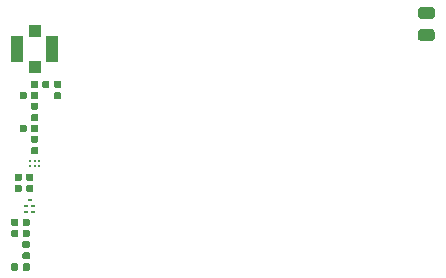
<source format=gbr>
G04 #@! TF.GenerationSoftware,KiCad,Pcbnew,(5.1.0-0)*
G04 #@! TF.CreationDate,2019-05-22T00:58:43-05:00*
G04 #@! TF.ProjectId,TubeClock,54756265-436c-46f6-936b-2e6b69636164,rev?*
G04 #@! TF.SameCoordinates,Original*
G04 #@! TF.FileFunction,Paste,Bot*
G04 #@! TF.FilePolarity,Positive*
%FSLAX46Y46*%
G04 Gerber Fmt 4.6, Leading zero omitted, Abs format (unit mm)*
G04 Created by KiCad (PCBNEW (5.1.0-0)) date 2019-05-22 00:58:43*
%MOMM*%
%LPD*%
G04 APERTURE LIST*
%ADD10C,0.250000*%
%ADD11R,0.325000X0.250000*%
%ADD12C,0.100000*%
%ADD13C,0.590000*%
%ADD14R,1.000000X1.000000*%
%ADD15R,1.050000X2.200000*%
%ADD16C,0.975000*%
G04 APERTURE END LIST*
D10*
X152381000Y-109699400D03*
X152381000Y-109299400D03*
X152781000Y-109699400D03*
X152781000Y-109299400D03*
X153181000Y-109699400D03*
X153181000Y-109299400D03*
D11*
X152374600Y-112555400D03*
X152662100Y-113055400D03*
X152662100Y-113555400D03*
X152087100Y-113555400D03*
X152087100Y-113055400D03*
D12*
G36*
X152234158Y-117917710D02*
G01*
X152248476Y-117919834D01*
X152262517Y-117923351D01*
X152276146Y-117928228D01*
X152289231Y-117934417D01*
X152301647Y-117941858D01*
X152313273Y-117950481D01*
X152323998Y-117960202D01*
X152333719Y-117970927D01*
X152342342Y-117982553D01*
X152349783Y-117994969D01*
X152355972Y-118008054D01*
X152360849Y-118021683D01*
X152364366Y-118035724D01*
X152366490Y-118050042D01*
X152367200Y-118064500D01*
X152367200Y-118409500D01*
X152366490Y-118423958D01*
X152364366Y-118438276D01*
X152360849Y-118452317D01*
X152355972Y-118465946D01*
X152349783Y-118479031D01*
X152342342Y-118491447D01*
X152333719Y-118503073D01*
X152323998Y-118513798D01*
X152313273Y-118523519D01*
X152301647Y-118532142D01*
X152289231Y-118539583D01*
X152276146Y-118545772D01*
X152262517Y-118550649D01*
X152248476Y-118554166D01*
X152234158Y-118556290D01*
X152219700Y-118557000D01*
X151924700Y-118557000D01*
X151910242Y-118556290D01*
X151895924Y-118554166D01*
X151881883Y-118550649D01*
X151868254Y-118545772D01*
X151855169Y-118539583D01*
X151842753Y-118532142D01*
X151831127Y-118523519D01*
X151820402Y-118513798D01*
X151810681Y-118503073D01*
X151802058Y-118491447D01*
X151794617Y-118479031D01*
X151788428Y-118465946D01*
X151783551Y-118452317D01*
X151780034Y-118438276D01*
X151777910Y-118423958D01*
X151777200Y-118409500D01*
X151777200Y-118064500D01*
X151777910Y-118050042D01*
X151780034Y-118035724D01*
X151783551Y-118021683D01*
X151788428Y-118008054D01*
X151794617Y-117994969D01*
X151802058Y-117982553D01*
X151810681Y-117970927D01*
X151820402Y-117960202D01*
X151831127Y-117950481D01*
X151842753Y-117941858D01*
X151855169Y-117934417D01*
X151868254Y-117928228D01*
X151881883Y-117923351D01*
X151895924Y-117919834D01*
X151910242Y-117917710D01*
X151924700Y-117917000D01*
X152219700Y-117917000D01*
X152234158Y-117917710D01*
X152234158Y-117917710D01*
G37*
D13*
X152072200Y-118237000D03*
D12*
G36*
X151264158Y-117917710D02*
G01*
X151278476Y-117919834D01*
X151292517Y-117923351D01*
X151306146Y-117928228D01*
X151319231Y-117934417D01*
X151331647Y-117941858D01*
X151343273Y-117950481D01*
X151353998Y-117960202D01*
X151363719Y-117970927D01*
X151372342Y-117982553D01*
X151379783Y-117994969D01*
X151385972Y-118008054D01*
X151390849Y-118021683D01*
X151394366Y-118035724D01*
X151396490Y-118050042D01*
X151397200Y-118064500D01*
X151397200Y-118409500D01*
X151396490Y-118423958D01*
X151394366Y-118438276D01*
X151390849Y-118452317D01*
X151385972Y-118465946D01*
X151379783Y-118479031D01*
X151372342Y-118491447D01*
X151363719Y-118503073D01*
X151353998Y-118513798D01*
X151343273Y-118523519D01*
X151331647Y-118532142D01*
X151319231Y-118539583D01*
X151306146Y-118545772D01*
X151292517Y-118550649D01*
X151278476Y-118554166D01*
X151264158Y-118556290D01*
X151249700Y-118557000D01*
X150954700Y-118557000D01*
X150940242Y-118556290D01*
X150925924Y-118554166D01*
X150911883Y-118550649D01*
X150898254Y-118545772D01*
X150885169Y-118539583D01*
X150872753Y-118532142D01*
X150861127Y-118523519D01*
X150850402Y-118513798D01*
X150840681Y-118503073D01*
X150832058Y-118491447D01*
X150824617Y-118479031D01*
X150818428Y-118465946D01*
X150813551Y-118452317D01*
X150810034Y-118438276D01*
X150807910Y-118423958D01*
X150807200Y-118409500D01*
X150807200Y-118064500D01*
X150807910Y-118050042D01*
X150810034Y-118035724D01*
X150813551Y-118021683D01*
X150818428Y-118008054D01*
X150824617Y-117994969D01*
X150832058Y-117982553D01*
X150840681Y-117970927D01*
X150850402Y-117960202D01*
X150861127Y-117950481D01*
X150872753Y-117941858D01*
X150885169Y-117934417D01*
X150898254Y-117928228D01*
X150911883Y-117923351D01*
X150925924Y-117919834D01*
X150940242Y-117917710D01*
X150954700Y-117917000D01*
X151249700Y-117917000D01*
X151264158Y-117917710D01*
X151264158Y-117917710D01*
G37*
D13*
X151102200Y-118237000D03*
D12*
G36*
X152945358Y-103388910D02*
G01*
X152959676Y-103391034D01*
X152973717Y-103394551D01*
X152987346Y-103399428D01*
X153000431Y-103405617D01*
X153012847Y-103413058D01*
X153024473Y-103421681D01*
X153035198Y-103431402D01*
X153044919Y-103442127D01*
X153053542Y-103453753D01*
X153060983Y-103466169D01*
X153067172Y-103479254D01*
X153072049Y-103492883D01*
X153075566Y-103506924D01*
X153077690Y-103521242D01*
X153078400Y-103535700D01*
X153078400Y-103880700D01*
X153077690Y-103895158D01*
X153075566Y-103909476D01*
X153072049Y-103923517D01*
X153067172Y-103937146D01*
X153060983Y-103950231D01*
X153053542Y-103962647D01*
X153044919Y-103974273D01*
X153035198Y-103984998D01*
X153024473Y-103994719D01*
X153012847Y-104003342D01*
X153000431Y-104010783D01*
X152987346Y-104016972D01*
X152973717Y-104021849D01*
X152959676Y-104025366D01*
X152945358Y-104027490D01*
X152930900Y-104028200D01*
X152635900Y-104028200D01*
X152621442Y-104027490D01*
X152607124Y-104025366D01*
X152593083Y-104021849D01*
X152579454Y-104016972D01*
X152566369Y-104010783D01*
X152553953Y-104003342D01*
X152542327Y-103994719D01*
X152531602Y-103984998D01*
X152521881Y-103974273D01*
X152513258Y-103962647D01*
X152505817Y-103950231D01*
X152499628Y-103937146D01*
X152494751Y-103923517D01*
X152491234Y-103909476D01*
X152489110Y-103895158D01*
X152488400Y-103880700D01*
X152488400Y-103535700D01*
X152489110Y-103521242D01*
X152491234Y-103506924D01*
X152494751Y-103492883D01*
X152499628Y-103479254D01*
X152505817Y-103466169D01*
X152513258Y-103453753D01*
X152521881Y-103442127D01*
X152531602Y-103431402D01*
X152542327Y-103421681D01*
X152553953Y-103413058D01*
X152566369Y-103405617D01*
X152579454Y-103399428D01*
X152593083Y-103394551D01*
X152607124Y-103391034D01*
X152621442Y-103388910D01*
X152635900Y-103388200D01*
X152930900Y-103388200D01*
X152945358Y-103388910D01*
X152945358Y-103388910D01*
G37*
D13*
X152783400Y-103708200D03*
D12*
G36*
X151975358Y-103388910D02*
G01*
X151989676Y-103391034D01*
X152003717Y-103394551D01*
X152017346Y-103399428D01*
X152030431Y-103405617D01*
X152042847Y-103413058D01*
X152054473Y-103421681D01*
X152065198Y-103431402D01*
X152074919Y-103442127D01*
X152083542Y-103453753D01*
X152090983Y-103466169D01*
X152097172Y-103479254D01*
X152102049Y-103492883D01*
X152105566Y-103506924D01*
X152107690Y-103521242D01*
X152108400Y-103535700D01*
X152108400Y-103880700D01*
X152107690Y-103895158D01*
X152105566Y-103909476D01*
X152102049Y-103923517D01*
X152097172Y-103937146D01*
X152090983Y-103950231D01*
X152083542Y-103962647D01*
X152074919Y-103974273D01*
X152065198Y-103984998D01*
X152054473Y-103994719D01*
X152042847Y-104003342D01*
X152030431Y-104010783D01*
X152017346Y-104016972D01*
X152003717Y-104021849D01*
X151989676Y-104025366D01*
X151975358Y-104027490D01*
X151960900Y-104028200D01*
X151665900Y-104028200D01*
X151651442Y-104027490D01*
X151637124Y-104025366D01*
X151623083Y-104021849D01*
X151609454Y-104016972D01*
X151596369Y-104010783D01*
X151583953Y-104003342D01*
X151572327Y-103994719D01*
X151561602Y-103984998D01*
X151551881Y-103974273D01*
X151543258Y-103962647D01*
X151535817Y-103950231D01*
X151529628Y-103937146D01*
X151524751Y-103923517D01*
X151521234Y-103909476D01*
X151519110Y-103895158D01*
X151518400Y-103880700D01*
X151518400Y-103535700D01*
X151519110Y-103521242D01*
X151521234Y-103506924D01*
X151524751Y-103492883D01*
X151529628Y-103479254D01*
X151535817Y-103466169D01*
X151543258Y-103453753D01*
X151551881Y-103442127D01*
X151561602Y-103431402D01*
X151572327Y-103421681D01*
X151583953Y-103413058D01*
X151596369Y-103405617D01*
X151609454Y-103399428D01*
X151623083Y-103394551D01*
X151637124Y-103391034D01*
X151651442Y-103388910D01*
X151665900Y-103388200D01*
X151960900Y-103388200D01*
X151975358Y-103388910D01*
X151975358Y-103388910D01*
G37*
D13*
X151813400Y-103708200D03*
D12*
G36*
X151264158Y-115072910D02*
G01*
X151278476Y-115075034D01*
X151292517Y-115078551D01*
X151306146Y-115083428D01*
X151319231Y-115089617D01*
X151331647Y-115097058D01*
X151343273Y-115105681D01*
X151353998Y-115115402D01*
X151363719Y-115126127D01*
X151372342Y-115137753D01*
X151379783Y-115150169D01*
X151385972Y-115163254D01*
X151390849Y-115176883D01*
X151394366Y-115190924D01*
X151396490Y-115205242D01*
X151397200Y-115219700D01*
X151397200Y-115564700D01*
X151396490Y-115579158D01*
X151394366Y-115593476D01*
X151390849Y-115607517D01*
X151385972Y-115621146D01*
X151379783Y-115634231D01*
X151372342Y-115646647D01*
X151363719Y-115658273D01*
X151353998Y-115668998D01*
X151343273Y-115678719D01*
X151331647Y-115687342D01*
X151319231Y-115694783D01*
X151306146Y-115700972D01*
X151292517Y-115705849D01*
X151278476Y-115709366D01*
X151264158Y-115711490D01*
X151249700Y-115712200D01*
X150954700Y-115712200D01*
X150940242Y-115711490D01*
X150925924Y-115709366D01*
X150911883Y-115705849D01*
X150898254Y-115700972D01*
X150885169Y-115694783D01*
X150872753Y-115687342D01*
X150861127Y-115678719D01*
X150850402Y-115668998D01*
X150840681Y-115658273D01*
X150832058Y-115646647D01*
X150824617Y-115634231D01*
X150818428Y-115621146D01*
X150813551Y-115607517D01*
X150810034Y-115593476D01*
X150807910Y-115579158D01*
X150807200Y-115564700D01*
X150807200Y-115219700D01*
X150807910Y-115205242D01*
X150810034Y-115190924D01*
X150813551Y-115176883D01*
X150818428Y-115163254D01*
X150824617Y-115150169D01*
X150832058Y-115137753D01*
X150840681Y-115126127D01*
X150850402Y-115115402D01*
X150861127Y-115105681D01*
X150872753Y-115097058D01*
X150885169Y-115089617D01*
X150898254Y-115083428D01*
X150911883Y-115078551D01*
X150925924Y-115075034D01*
X150940242Y-115072910D01*
X150954700Y-115072200D01*
X151249700Y-115072200D01*
X151264158Y-115072910D01*
X151264158Y-115072910D01*
G37*
D13*
X151102200Y-115392200D03*
D12*
G36*
X152234158Y-115072910D02*
G01*
X152248476Y-115075034D01*
X152262517Y-115078551D01*
X152276146Y-115083428D01*
X152289231Y-115089617D01*
X152301647Y-115097058D01*
X152313273Y-115105681D01*
X152323998Y-115115402D01*
X152333719Y-115126127D01*
X152342342Y-115137753D01*
X152349783Y-115150169D01*
X152355972Y-115163254D01*
X152360849Y-115176883D01*
X152364366Y-115190924D01*
X152366490Y-115205242D01*
X152367200Y-115219700D01*
X152367200Y-115564700D01*
X152366490Y-115579158D01*
X152364366Y-115593476D01*
X152360849Y-115607517D01*
X152355972Y-115621146D01*
X152349783Y-115634231D01*
X152342342Y-115646647D01*
X152333719Y-115658273D01*
X152323998Y-115668998D01*
X152313273Y-115678719D01*
X152301647Y-115687342D01*
X152289231Y-115694783D01*
X152276146Y-115700972D01*
X152262517Y-115705849D01*
X152248476Y-115709366D01*
X152234158Y-115711490D01*
X152219700Y-115712200D01*
X151924700Y-115712200D01*
X151910242Y-115711490D01*
X151895924Y-115709366D01*
X151881883Y-115705849D01*
X151868254Y-115700972D01*
X151855169Y-115694783D01*
X151842753Y-115687342D01*
X151831127Y-115678719D01*
X151820402Y-115668998D01*
X151810681Y-115658273D01*
X151802058Y-115646647D01*
X151794617Y-115634231D01*
X151788428Y-115621146D01*
X151783551Y-115607517D01*
X151780034Y-115593476D01*
X151777910Y-115579158D01*
X151777200Y-115564700D01*
X151777200Y-115219700D01*
X151777910Y-115205242D01*
X151780034Y-115190924D01*
X151783551Y-115176883D01*
X151788428Y-115163254D01*
X151794617Y-115150169D01*
X151802058Y-115137753D01*
X151810681Y-115126127D01*
X151820402Y-115115402D01*
X151831127Y-115105681D01*
X151842753Y-115097058D01*
X151855169Y-115089617D01*
X151868254Y-115083428D01*
X151881883Y-115078551D01*
X151895924Y-115075034D01*
X151910242Y-115072910D01*
X151924700Y-115072200D01*
X152219700Y-115072200D01*
X152234158Y-115072910D01*
X152234158Y-115072910D01*
G37*
D13*
X152072200Y-115392200D03*
D12*
G36*
X151264158Y-114133110D02*
G01*
X151278476Y-114135234D01*
X151292517Y-114138751D01*
X151306146Y-114143628D01*
X151319231Y-114149817D01*
X151331647Y-114157258D01*
X151343273Y-114165881D01*
X151353998Y-114175602D01*
X151363719Y-114186327D01*
X151372342Y-114197953D01*
X151379783Y-114210369D01*
X151385972Y-114223454D01*
X151390849Y-114237083D01*
X151394366Y-114251124D01*
X151396490Y-114265442D01*
X151397200Y-114279900D01*
X151397200Y-114624900D01*
X151396490Y-114639358D01*
X151394366Y-114653676D01*
X151390849Y-114667717D01*
X151385972Y-114681346D01*
X151379783Y-114694431D01*
X151372342Y-114706847D01*
X151363719Y-114718473D01*
X151353998Y-114729198D01*
X151343273Y-114738919D01*
X151331647Y-114747542D01*
X151319231Y-114754983D01*
X151306146Y-114761172D01*
X151292517Y-114766049D01*
X151278476Y-114769566D01*
X151264158Y-114771690D01*
X151249700Y-114772400D01*
X150954700Y-114772400D01*
X150940242Y-114771690D01*
X150925924Y-114769566D01*
X150911883Y-114766049D01*
X150898254Y-114761172D01*
X150885169Y-114754983D01*
X150872753Y-114747542D01*
X150861127Y-114738919D01*
X150850402Y-114729198D01*
X150840681Y-114718473D01*
X150832058Y-114706847D01*
X150824617Y-114694431D01*
X150818428Y-114681346D01*
X150813551Y-114667717D01*
X150810034Y-114653676D01*
X150807910Y-114639358D01*
X150807200Y-114624900D01*
X150807200Y-114279900D01*
X150807910Y-114265442D01*
X150810034Y-114251124D01*
X150813551Y-114237083D01*
X150818428Y-114223454D01*
X150824617Y-114210369D01*
X150832058Y-114197953D01*
X150840681Y-114186327D01*
X150850402Y-114175602D01*
X150861127Y-114165881D01*
X150872753Y-114157258D01*
X150885169Y-114149817D01*
X150898254Y-114143628D01*
X150911883Y-114138751D01*
X150925924Y-114135234D01*
X150940242Y-114133110D01*
X150954700Y-114132400D01*
X151249700Y-114132400D01*
X151264158Y-114133110D01*
X151264158Y-114133110D01*
G37*
D13*
X151102200Y-114452400D03*
D12*
G36*
X152234158Y-114133110D02*
G01*
X152248476Y-114135234D01*
X152262517Y-114138751D01*
X152276146Y-114143628D01*
X152289231Y-114149817D01*
X152301647Y-114157258D01*
X152313273Y-114165881D01*
X152323998Y-114175602D01*
X152333719Y-114186327D01*
X152342342Y-114197953D01*
X152349783Y-114210369D01*
X152355972Y-114223454D01*
X152360849Y-114237083D01*
X152364366Y-114251124D01*
X152366490Y-114265442D01*
X152367200Y-114279900D01*
X152367200Y-114624900D01*
X152366490Y-114639358D01*
X152364366Y-114653676D01*
X152360849Y-114667717D01*
X152355972Y-114681346D01*
X152349783Y-114694431D01*
X152342342Y-114706847D01*
X152333719Y-114718473D01*
X152323998Y-114729198D01*
X152313273Y-114738919D01*
X152301647Y-114747542D01*
X152289231Y-114754983D01*
X152276146Y-114761172D01*
X152262517Y-114766049D01*
X152248476Y-114769566D01*
X152234158Y-114771690D01*
X152219700Y-114772400D01*
X151924700Y-114772400D01*
X151910242Y-114771690D01*
X151895924Y-114769566D01*
X151881883Y-114766049D01*
X151868254Y-114761172D01*
X151855169Y-114754983D01*
X151842753Y-114747542D01*
X151831127Y-114738919D01*
X151820402Y-114729198D01*
X151810681Y-114718473D01*
X151802058Y-114706847D01*
X151794617Y-114694431D01*
X151788428Y-114681346D01*
X151783551Y-114667717D01*
X151780034Y-114653676D01*
X151777910Y-114639358D01*
X151777200Y-114624900D01*
X151777200Y-114279900D01*
X151777910Y-114265442D01*
X151780034Y-114251124D01*
X151783551Y-114237083D01*
X151788428Y-114223454D01*
X151794617Y-114210369D01*
X151802058Y-114197953D01*
X151810681Y-114186327D01*
X151820402Y-114175602D01*
X151831127Y-114165881D01*
X151842753Y-114157258D01*
X151855169Y-114149817D01*
X151868254Y-114143628D01*
X151881883Y-114138751D01*
X151895924Y-114135234D01*
X151910242Y-114133110D01*
X151924700Y-114132400D01*
X152219700Y-114132400D01*
X152234158Y-114133110D01*
X152234158Y-114133110D01*
G37*
D13*
X152072200Y-114452400D03*
D12*
G36*
X151568958Y-111262910D02*
G01*
X151583276Y-111265034D01*
X151597317Y-111268551D01*
X151610946Y-111273428D01*
X151624031Y-111279617D01*
X151636447Y-111287058D01*
X151648073Y-111295681D01*
X151658798Y-111305402D01*
X151668519Y-111316127D01*
X151677142Y-111327753D01*
X151684583Y-111340169D01*
X151690772Y-111353254D01*
X151695649Y-111366883D01*
X151699166Y-111380924D01*
X151701290Y-111395242D01*
X151702000Y-111409700D01*
X151702000Y-111754700D01*
X151701290Y-111769158D01*
X151699166Y-111783476D01*
X151695649Y-111797517D01*
X151690772Y-111811146D01*
X151684583Y-111824231D01*
X151677142Y-111836647D01*
X151668519Y-111848273D01*
X151658798Y-111858998D01*
X151648073Y-111868719D01*
X151636447Y-111877342D01*
X151624031Y-111884783D01*
X151610946Y-111890972D01*
X151597317Y-111895849D01*
X151583276Y-111899366D01*
X151568958Y-111901490D01*
X151554500Y-111902200D01*
X151259500Y-111902200D01*
X151245042Y-111901490D01*
X151230724Y-111899366D01*
X151216683Y-111895849D01*
X151203054Y-111890972D01*
X151189969Y-111884783D01*
X151177553Y-111877342D01*
X151165927Y-111868719D01*
X151155202Y-111858998D01*
X151145481Y-111848273D01*
X151136858Y-111836647D01*
X151129417Y-111824231D01*
X151123228Y-111811146D01*
X151118351Y-111797517D01*
X151114834Y-111783476D01*
X151112710Y-111769158D01*
X151112000Y-111754700D01*
X151112000Y-111409700D01*
X151112710Y-111395242D01*
X151114834Y-111380924D01*
X151118351Y-111366883D01*
X151123228Y-111353254D01*
X151129417Y-111340169D01*
X151136858Y-111327753D01*
X151145481Y-111316127D01*
X151155202Y-111305402D01*
X151165927Y-111295681D01*
X151177553Y-111287058D01*
X151189969Y-111279617D01*
X151203054Y-111273428D01*
X151216683Y-111268551D01*
X151230724Y-111265034D01*
X151245042Y-111262910D01*
X151259500Y-111262200D01*
X151554500Y-111262200D01*
X151568958Y-111262910D01*
X151568958Y-111262910D01*
G37*
D13*
X151407000Y-111582200D03*
D12*
G36*
X152538958Y-111262910D02*
G01*
X152553276Y-111265034D01*
X152567317Y-111268551D01*
X152580946Y-111273428D01*
X152594031Y-111279617D01*
X152606447Y-111287058D01*
X152618073Y-111295681D01*
X152628798Y-111305402D01*
X152638519Y-111316127D01*
X152647142Y-111327753D01*
X152654583Y-111340169D01*
X152660772Y-111353254D01*
X152665649Y-111366883D01*
X152669166Y-111380924D01*
X152671290Y-111395242D01*
X152672000Y-111409700D01*
X152672000Y-111754700D01*
X152671290Y-111769158D01*
X152669166Y-111783476D01*
X152665649Y-111797517D01*
X152660772Y-111811146D01*
X152654583Y-111824231D01*
X152647142Y-111836647D01*
X152638519Y-111848273D01*
X152628798Y-111858998D01*
X152618073Y-111868719D01*
X152606447Y-111877342D01*
X152594031Y-111884783D01*
X152580946Y-111890972D01*
X152567317Y-111895849D01*
X152553276Y-111899366D01*
X152538958Y-111901490D01*
X152524500Y-111902200D01*
X152229500Y-111902200D01*
X152215042Y-111901490D01*
X152200724Y-111899366D01*
X152186683Y-111895849D01*
X152173054Y-111890972D01*
X152159969Y-111884783D01*
X152147553Y-111877342D01*
X152135927Y-111868719D01*
X152125202Y-111858998D01*
X152115481Y-111848273D01*
X152106858Y-111836647D01*
X152099417Y-111824231D01*
X152093228Y-111811146D01*
X152088351Y-111797517D01*
X152084834Y-111783476D01*
X152082710Y-111769158D01*
X152082000Y-111754700D01*
X152082000Y-111409700D01*
X152082710Y-111395242D01*
X152084834Y-111380924D01*
X152088351Y-111366883D01*
X152093228Y-111353254D01*
X152099417Y-111340169D01*
X152106858Y-111327753D01*
X152115481Y-111316127D01*
X152125202Y-111305402D01*
X152135927Y-111295681D01*
X152147553Y-111287058D01*
X152159969Y-111279617D01*
X152173054Y-111273428D01*
X152186683Y-111268551D01*
X152200724Y-111265034D01*
X152215042Y-111262910D01*
X152229500Y-111262200D01*
X152524500Y-111262200D01*
X152538958Y-111262910D01*
X152538958Y-111262910D01*
G37*
D13*
X152377000Y-111582200D03*
D12*
G36*
X151568958Y-110323110D02*
G01*
X151583276Y-110325234D01*
X151597317Y-110328751D01*
X151610946Y-110333628D01*
X151624031Y-110339817D01*
X151636447Y-110347258D01*
X151648073Y-110355881D01*
X151658798Y-110365602D01*
X151668519Y-110376327D01*
X151677142Y-110387953D01*
X151684583Y-110400369D01*
X151690772Y-110413454D01*
X151695649Y-110427083D01*
X151699166Y-110441124D01*
X151701290Y-110455442D01*
X151702000Y-110469900D01*
X151702000Y-110814900D01*
X151701290Y-110829358D01*
X151699166Y-110843676D01*
X151695649Y-110857717D01*
X151690772Y-110871346D01*
X151684583Y-110884431D01*
X151677142Y-110896847D01*
X151668519Y-110908473D01*
X151658798Y-110919198D01*
X151648073Y-110928919D01*
X151636447Y-110937542D01*
X151624031Y-110944983D01*
X151610946Y-110951172D01*
X151597317Y-110956049D01*
X151583276Y-110959566D01*
X151568958Y-110961690D01*
X151554500Y-110962400D01*
X151259500Y-110962400D01*
X151245042Y-110961690D01*
X151230724Y-110959566D01*
X151216683Y-110956049D01*
X151203054Y-110951172D01*
X151189969Y-110944983D01*
X151177553Y-110937542D01*
X151165927Y-110928919D01*
X151155202Y-110919198D01*
X151145481Y-110908473D01*
X151136858Y-110896847D01*
X151129417Y-110884431D01*
X151123228Y-110871346D01*
X151118351Y-110857717D01*
X151114834Y-110843676D01*
X151112710Y-110829358D01*
X151112000Y-110814900D01*
X151112000Y-110469900D01*
X151112710Y-110455442D01*
X151114834Y-110441124D01*
X151118351Y-110427083D01*
X151123228Y-110413454D01*
X151129417Y-110400369D01*
X151136858Y-110387953D01*
X151145481Y-110376327D01*
X151155202Y-110365602D01*
X151165927Y-110355881D01*
X151177553Y-110347258D01*
X151189969Y-110339817D01*
X151203054Y-110333628D01*
X151216683Y-110328751D01*
X151230724Y-110325234D01*
X151245042Y-110323110D01*
X151259500Y-110322400D01*
X151554500Y-110322400D01*
X151568958Y-110323110D01*
X151568958Y-110323110D01*
G37*
D13*
X151407000Y-110642400D03*
D12*
G36*
X152538958Y-110323110D02*
G01*
X152553276Y-110325234D01*
X152567317Y-110328751D01*
X152580946Y-110333628D01*
X152594031Y-110339817D01*
X152606447Y-110347258D01*
X152618073Y-110355881D01*
X152628798Y-110365602D01*
X152638519Y-110376327D01*
X152647142Y-110387953D01*
X152654583Y-110400369D01*
X152660772Y-110413454D01*
X152665649Y-110427083D01*
X152669166Y-110441124D01*
X152671290Y-110455442D01*
X152672000Y-110469900D01*
X152672000Y-110814900D01*
X152671290Y-110829358D01*
X152669166Y-110843676D01*
X152665649Y-110857717D01*
X152660772Y-110871346D01*
X152654583Y-110884431D01*
X152647142Y-110896847D01*
X152638519Y-110908473D01*
X152628798Y-110919198D01*
X152618073Y-110928919D01*
X152606447Y-110937542D01*
X152594031Y-110944983D01*
X152580946Y-110951172D01*
X152567317Y-110956049D01*
X152553276Y-110959566D01*
X152538958Y-110961690D01*
X152524500Y-110962400D01*
X152229500Y-110962400D01*
X152215042Y-110961690D01*
X152200724Y-110959566D01*
X152186683Y-110956049D01*
X152173054Y-110951172D01*
X152159969Y-110944983D01*
X152147553Y-110937542D01*
X152135927Y-110928919D01*
X152125202Y-110919198D01*
X152115481Y-110908473D01*
X152106858Y-110896847D01*
X152099417Y-110884431D01*
X152093228Y-110871346D01*
X152088351Y-110857717D01*
X152084834Y-110843676D01*
X152082710Y-110829358D01*
X152082000Y-110814900D01*
X152082000Y-110469900D01*
X152082710Y-110455442D01*
X152084834Y-110441124D01*
X152088351Y-110427083D01*
X152093228Y-110413454D01*
X152099417Y-110400369D01*
X152106858Y-110387953D01*
X152115481Y-110376327D01*
X152125202Y-110365602D01*
X152135927Y-110355881D01*
X152147553Y-110347258D01*
X152159969Y-110339817D01*
X152173054Y-110333628D01*
X152186683Y-110328751D01*
X152200724Y-110325234D01*
X152215042Y-110323110D01*
X152229500Y-110322400D01*
X152524500Y-110322400D01*
X152538958Y-110323110D01*
X152538958Y-110323110D01*
G37*
D13*
X152377000Y-110642400D03*
D12*
G36*
X152945358Y-106182910D02*
G01*
X152959676Y-106185034D01*
X152973717Y-106188551D01*
X152987346Y-106193428D01*
X153000431Y-106199617D01*
X153012847Y-106207058D01*
X153024473Y-106215681D01*
X153035198Y-106225402D01*
X153044919Y-106236127D01*
X153053542Y-106247753D01*
X153060983Y-106260169D01*
X153067172Y-106273254D01*
X153072049Y-106286883D01*
X153075566Y-106300924D01*
X153077690Y-106315242D01*
X153078400Y-106329700D01*
X153078400Y-106674700D01*
X153077690Y-106689158D01*
X153075566Y-106703476D01*
X153072049Y-106717517D01*
X153067172Y-106731146D01*
X153060983Y-106744231D01*
X153053542Y-106756647D01*
X153044919Y-106768273D01*
X153035198Y-106778998D01*
X153024473Y-106788719D01*
X153012847Y-106797342D01*
X153000431Y-106804783D01*
X152987346Y-106810972D01*
X152973717Y-106815849D01*
X152959676Y-106819366D01*
X152945358Y-106821490D01*
X152930900Y-106822200D01*
X152635900Y-106822200D01*
X152621442Y-106821490D01*
X152607124Y-106819366D01*
X152593083Y-106815849D01*
X152579454Y-106810972D01*
X152566369Y-106804783D01*
X152553953Y-106797342D01*
X152542327Y-106788719D01*
X152531602Y-106778998D01*
X152521881Y-106768273D01*
X152513258Y-106756647D01*
X152505817Y-106744231D01*
X152499628Y-106731146D01*
X152494751Y-106717517D01*
X152491234Y-106703476D01*
X152489110Y-106689158D01*
X152488400Y-106674700D01*
X152488400Y-106329700D01*
X152489110Y-106315242D01*
X152491234Y-106300924D01*
X152494751Y-106286883D01*
X152499628Y-106273254D01*
X152505817Y-106260169D01*
X152513258Y-106247753D01*
X152521881Y-106236127D01*
X152531602Y-106225402D01*
X152542327Y-106215681D01*
X152553953Y-106207058D01*
X152566369Y-106199617D01*
X152579454Y-106193428D01*
X152593083Y-106188551D01*
X152607124Y-106185034D01*
X152621442Y-106182910D01*
X152635900Y-106182200D01*
X152930900Y-106182200D01*
X152945358Y-106182910D01*
X152945358Y-106182910D01*
G37*
D13*
X152783400Y-106502200D03*
D12*
G36*
X151975358Y-106182910D02*
G01*
X151989676Y-106185034D01*
X152003717Y-106188551D01*
X152017346Y-106193428D01*
X152030431Y-106199617D01*
X152042847Y-106207058D01*
X152054473Y-106215681D01*
X152065198Y-106225402D01*
X152074919Y-106236127D01*
X152083542Y-106247753D01*
X152090983Y-106260169D01*
X152097172Y-106273254D01*
X152102049Y-106286883D01*
X152105566Y-106300924D01*
X152107690Y-106315242D01*
X152108400Y-106329700D01*
X152108400Y-106674700D01*
X152107690Y-106689158D01*
X152105566Y-106703476D01*
X152102049Y-106717517D01*
X152097172Y-106731146D01*
X152090983Y-106744231D01*
X152083542Y-106756647D01*
X152074919Y-106768273D01*
X152065198Y-106778998D01*
X152054473Y-106788719D01*
X152042847Y-106797342D01*
X152030431Y-106804783D01*
X152017346Y-106810972D01*
X152003717Y-106815849D01*
X151989676Y-106819366D01*
X151975358Y-106821490D01*
X151960900Y-106822200D01*
X151665900Y-106822200D01*
X151651442Y-106821490D01*
X151637124Y-106819366D01*
X151623083Y-106815849D01*
X151609454Y-106810972D01*
X151596369Y-106804783D01*
X151583953Y-106797342D01*
X151572327Y-106788719D01*
X151561602Y-106778998D01*
X151551881Y-106768273D01*
X151543258Y-106756647D01*
X151535817Y-106744231D01*
X151529628Y-106731146D01*
X151524751Y-106717517D01*
X151521234Y-106703476D01*
X151519110Y-106689158D01*
X151518400Y-106674700D01*
X151518400Y-106329700D01*
X151519110Y-106315242D01*
X151521234Y-106300924D01*
X151524751Y-106286883D01*
X151529628Y-106273254D01*
X151535817Y-106260169D01*
X151543258Y-106247753D01*
X151551881Y-106236127D01*
X151561602Y-106225402D01*
X151572327Y-106215681D01*
X151583953Y-106207058D01*
X151596369Y-106199617D01*
X151609454Y-106193428D01*
X151623083Y-106188551D01*
X151637124Y-106185034D01*
X151651442Y-106182910D01*
X151665900Y-106182200D01*
X151960900Y-106182200D01*
X151975358Y-106182910D01*
X151975358Y-106182910D01*
G37*
D13*
X151813400Y-106502200D03*
D12*
G36*
X152256758Y-116035310D02*
G01*
X152271076Y-116037434D01*
X152285117Y-116040951D01*
X152298746Y-116045828D01*
X152311831Y-116052017D01*
X152324247Y-116059458D01*
X152335873Y-116068081D01*
X152346598Y-116077802D01*
X152356319Y-116088527D01*
X152364942Y-116100153D01*
X152372383Y-116112569D01*
X152378572Y-116125654D01*
X152383449Y-116139283D01*
X152386966Y-116153324D01*
X152389090Y-116167642D01*
X152389800Y-116182100D01*
X152389800Y-116477100D01*
X152389090Y-116491558D01*
X152386966Y-116505876D01*
X152383449Y-116519917D01*
X152378572Y-116533546D01*
X152372383Y-116546631D01*
X152364942Y-116559047D01*
X152356319Y-116570673D01*
X152346598Y-116581398D01*
X152335873Y-116591119D01*
X152324247Y-116599742D01*
X152311831Y-116607183D01*
X152298746Y-116613372D01*
X152285117Y-116618249D01*
X152271076Y-116621766D01*
X152256758Y-116623890D01*
X152242300Y-116624600D01*
X151897300Y-116624600D01*
X151882842Y-116623890D01*
X151868524Y-116621766D01*
X151854483Y-116618249D01*
X151840854Y-116613372D01*
X151827769Y-116607183D01*
X151815353Y-116599742D01*
X151803727Y-116591119D01*
X151793002Y-116581398D01*
X151783281Y-116570673D01*
X151774658Y-116559047D01*
X151767217Y-116546631D01*
X151761028Y-116533546D01*
X151756151Y-116519917D01*
X151752634Y-116505876D01*
X151750510Y-116491558D01*
X151749800Y-116477100D01*
X151749800Y-116182100D01*
X151750510Y-116167642D01*
X151752634Y-116153324D01*
X151756151Y-116139283D01*
X151761028Y-116125654D01*
X151767217Y-116112569D01*
X151774658Y-116100153D01*
X151783281Y-116088527D01*
X151793002Y-116077802D01*
X151803727Y-116068081D01*
X151815353Y-116059458D01*
X151827769Y-116052017D01*
X151840854Y-116045828D01*
X151854483Y-116040951D01*
X151868524Y-116037434D01*
X151882842Y-116035310D01*
X151897300Y-116034600D01*
X152242300Y-116034600D01*
X152256758Y-116035310D01*
X152256758Y-116035310D01*
G37*
D13*
X152069800Y-116329600D03*
D12*
G36*
X152256758Y-117005310D02*
G01*
X152271076Y-117007434D01*
X152285117Y-117010951D01*
X152298746Y-117015828D01*
X152311831Y-117022017D01*
X152324247Y-117029458D01*
X152335873Y-117038081D01*
X152346598Y-117047802D01*
X152356319Y-117058527D01*
X152364942Y-117070153D01*
X152372383Y-117082569D01*
X152378572Y-117095654D01*
X152383449Y-117109283D01*
X152386966Y-117123324D01*
X152389090Y-117137642D01*
X152389800Y-117152100D01*
X152389800Y-117447100D01*
X152389090Y-117461558D01*
X152386966Y-117475876D01*
X152383449Y-117489917D01*
X152378572Y-117503546D01*
X152372383Y-117516631D01*
X152364942Y-117529047D01*
X152356319Y-117540673D01*
X152346598Y-117551398D01*
X152335873Y-117561119D01*
X152324247Y-117569742D01*
X152311831Y-117577183D01*
X152298746Y-117583372D01*
X152285117Y-117588249D01*
X152271076Y-117591766D01*
X152256758Y-117593890D01*
X152242300Y-117594600D01*
X151897300Y-117594600D01*
X151882842Y-117593890D01*
X151868524Y-117591766D01*
X151854483Y-117588249D01*
X151840854Y-117583372D01*
X151827769Y-117577183D01*
X151815353Y-117569742D01*
X151803727Y-117561119D01*
X151793002Y-117551398D01*
X151783281Y-117540673D01*
X151774658Y-117529047D01*
X151767217Y-117516631D01*
X151761028Y-117503546D01*
X151756151Y-117489917D01*
X151752634Y-117475876D01*
X151750510Y-117461558D01*
X151749800Y-117447100D01*
X151749800Y-117152100D01*
X151750510Y-117137642D01*
X151752634Y-117123324D01*
X151756151Y-117109283D01*
X151761028Y-117095654D01*
X151767217Y-117082569D01*
X151774658Y-117070153D01*
X151783281Y-117058527D01*
X151793002Y-117047802D01*
X151803727Y-117038081D01*
X151815353Y-117029458D01*
X151827769Y-117022017D01*
X151840854Y-117015828D01*
X151854483Y-117010951D01*
X151868524Y-117007434D01*
X151882842Y-117005310D01*
X151897300Y-117004600D01*
X152242300Y-117004600D01*
X152256758Y-117005310D01*
X152256758Y-117005310D01*
G37*
D13*
X152069800Y-117299600D03*
D12*
G36*
X152967958Y-104325910D02*
G01*
X152982276Y-104328034D01*
X152996317Y-104331551D01*
X153009946Y-104336428D01*
X153023031Y-104342617D01*
X153035447Y-104350058D01*
X153047073Y-104358681D01*
X153057798Y-104368402D01*
X153067519Y-104379127D01*
X153076142Y-104390753D01*
X153083583Y-104403169D01*
X153089772Y-104416254D01*
X153094649Y-104429883D01*
X153098166Y-104443924D01*
X153100290Y-104458242D01*
X153101000Y-104472700D01*
X153101000Y-104767700D01*
X153100290Y-104782158D01*
X153098166Y-104796476D01*
X153094649Y-104810517D01*
X153089772Y-104824146D01*
X153083583Y-104837231D01*
X153076142Y-104849647D01*
X153067519Y-104861273D01*
X153057798Y-104871998D01*
X153047073Y-104881719D01*
X153035447Y-104890342D01*
X153023031Y-104897783D01*
X153009946Y-104903972D01*
X152996317Y-104908849D01*
X152982276Y-104912366D01*
X152967958Y-104914490D01*
X152953500Y-104915200D01*
X152608500Y-104915200D01*
X152594042Y-104914490D01*
X152579724Y-104912366D01*
X152565683Y-104908849D01*
X152552054Y-104903972D01*
X152538969Y-104897783D01*
X152526553Y-104890342D01*
X152514927Y-104881719D01*
X152504202Y-104871998D01*
X152494481Y-104861273D01*
X152485858Y-104849647D01*
X152478417Y-104837231D01*
X152472228Y-104824146D01*
X152467351Y-104810517D01*
X152463834Y-104796476D01*
X152461710Y-104782158D01*
X152461000Y-104767700D01*
X152461000Y-104472700D01*
X152461710Y-104458242D01*
X152463834Y-104443924D01*
X152467351Y-104429883D01*
X152472228Y-104416254D01*
X152478417Y-104403169D01*
X152485858Y-104390753D01*
X152494481Y-104379127D01*
X152504202Y-104368402D01*
X152514927Y-104358681D01*
X152526553Y-104350058D01*
X152538969Y-104342617D01*
X152552054Y-104336428D01*
X152565683Y-104331551D01*
X152579724Y-104328034D01*
X152594042Y-104325910D01*
X152608500Y-104325200D01*
X152953500Y-104325200D01*
X152967958Y-104325910D01*
X152967958Y-104325910D01*
G37*
D13*
X152781000Y-104620200D03*
D12*
G36*
X152967958Y-105295910D02*
G01*
X152982276Y-105298034D01*
X152996317Y-105301551D01*
X153009946Y-105306428D01*
X153023031Y-105312617D01*
X153035447Y-105320058D01*
X153047073Y-105328681D01*
X153057798Y-105338402D01*
X153067519Y-105349127D01*
X153076142Y-105360753D01*
X153083583Y-105373169D01*
X153089772Y-105386254D01*
X153094649Y-105399883D01*
X153098166Y-105413924D01*
X153100290Y-105428242D01*
X153101000Y-105442700D01*
X153101000Y-105737700D01*
X153100290Y-105752158D01*
X153098166Y-105766476D01*
X153094649Y-105780517D01*
X153089772Y-105794146D01*
X153083583Y-105807231D01*
X153076142Y-105819647D01*
X153067519Y-105831273D01*
X153057798Y-105841998D01*
X153047073Y-105851719D01*
X153035447Y-105860342D01*
X153023031Y-105867783D01*
X153009946Y-105873972D01*
X152996317Y-105878849D01*
X152982276Y-105882366D01*
X152967958Y-105884490D01*
X152953500Y-105885200D01*
X152608500Y-105885200D01*
X152594042Y-105884490D01*
X152579724Y-105882366D01*
X152565683Y-105878849D01*
X152552054Y-105873972D01*
X152538969Y-105867783D01*
X152526553Y-105860342D01*
X152514927Y-105851719D01*
X152504202Y-105841998D01*
X152494481Y-105831273D01*
X152485858Y-105819647D01*
X152478417Y-105807231D01*
X152472228Y-105794146D01*
X152467351Y-105780517D01*
X152463834Y-105766476D01*
X152461710Y-105752158D01*
X152461000Y-105737700D01*
X152461000Y-105442700D01*
X152461710Y-105428242D01*
X152463834Y-105413924D01*
X152467351Y-105399883D01*
X152472228Y-105386254D01*
X152478417Y-105373169D01*
X152485858Y-105360753D01*
X152494481Y-105349127D01*
X152504202Y-105338402D01*
X152514927Y-105328681D01*
X152526553Y-105320058D01*
X152538969Y-105312617D01*
X152552054Y-105306428D01*
X152565683Y-105301551D01*
X152579724Y-105298034D01*
X152594042Y-105295910D01*
X152608500Y-105295200D01*
X152953500Y-105295200D01*
X152967958Y-105295910D01*
X152967958Y-105295910D01*
G37*
D13*
X152781000Y-105590200D03*
D12*
G36*
X154923758Y-103441710D02*
G01*
X154938076Y-103443834D01*
X154952117Y-103447351D01*
X154965746Y-103452228D01*
X154978831Y-103458417D01*
X154991247Y-103465858D01*
X155002873Y-103474481D01*
X155013598Y-103484202D01*
X155023319Y-103494927D01*
X155031942Y-103506553D01*
X155039383Y-103518969D01*
X155045572Y-103532054D01*
X155050449Y-103545683D01*
X155053966Y-103559724D01*
X155056090Y-103574042D01*
X155056800Y-103588500D01*
X155056800Y-103883500D01*
X155056090Y-103897958D01*
X155053966Y-103912276D01*
X155050449Y-103926317D01*
X155045572Y-103939946D01*
X155039383Y-103953031D01*
X155031942Y-103965447D01*
X155023319Y-103977073D01*
X155013598Y-103987798D01*
X155002873Y-103997519D01*
X154991247Y-104006142D01*
X154978831Y-104013583D01*
X154965746Y-104019772D01*
X154952117Y-104024649D01*
X154938076Y-104028166D01*
X154923758Y-104030290D01*
X154909300Y-104031000D01*
X154564300Y-104031000D01*
X154549842Y-104030290D01*
X154535524Y-104028166D01*
X154521483Y-104024649D01*
X154507854Y-104019772D01*
X154494769Y-104013583D01*
X154482353Y-104006142D01*
X154470727Y-103997519D01*
X154460002Y-103987798D01*
X154450281Y-103977073D01*
X154441658Y-103965447D01*
X154434217Y-103953031D01*
X154428028Y-103939946D01*
X154423151Y-103926317D01*
X154419634Y-103912276D01*
X154417510Y-103897958D01*
X154416800Y-103883500D01*
X154416800Y-103588500D01*
X154417510Y-103574042D01*
X154419634Y-103559724D01*
X154423151Y-103545683D01*
X154428028Y-103532054D01*
X154434217Y-103518969D01*
X154441658Y-103506553D01*
X154450281Y-103494927D01*
X154460002Y-103484202D01*
X154470727Y-103474481D01*
X154482353Y-103465858D01*
X154494769Y-103458417D01*
X154507854Y-103452228D01*
X154521483Y-103447351D01*
X154535524Y-103443834D01*
X154549842Y-103441710D01*
X154564300Y-103441000D01*
X154909300Y-103441000D01*
X154923758Y-103441710D01*
X154923758Y-103441710D01*
G37*
D13*
X154736800Y-103736000D03*
D12*
G36*
X154923758Y-102471710D02*
G01*
X154938076Y-102473834D01*
X154952117Y-102477351D01*
X154965746Y-102482228D01*
X154978831Y-102488417D01*
X154991247Y-102495858D01*
X155002873Y-102504481D01*
X155013598Y-102514202D01*
X155023319Y-102524927D01*
X155031942Y-102536553D01*
X155039383Y-102548969D01*
X155045572Y-102562054D01*
X155050449Y-102575683D01*
X155053966Y-102589724D01*
X155056090Y-102604042D01*
X155056800Y-102618500D01*
X155056800Y-102913500D01*
X155056090Y-102927958D01*
X155053966Y-102942276D01*
X155050449Y-102956317D01*
X155045572Y-102969946D01*
X155039383Y-102983031D01*
X155031942Y-102995447D01*
X155023319Y-103007073D01*
X155013598Y-103017798D01*
X155002873Y-103027519D01*
X154991247Y-103036142D01*
X154978831Y-103043583D01*
X154965746Y-103049772D01*
X154952117Y-103054649D01*
X154938076Y-103058166D01*
X154923758Y-103060290D01*
X154909300Y-103061000D01*
X154564300Y-103061000D01*
X154549842Y-103060290D01*
X154535524Y-103058166D01*
X154521483Y-103054649D01*
X154507854Y-103049772D01*
X154494769Y-103043583D01*
X154482353Y-103036142D01*
X154470727Y-103027519D01*
X154460002Y-103017798D01*
X154450281Y-103007073D01*
X154441658Y-102995447D01*
X154434217Y-102983031D01*
X154428028Y-102969946D01*
X154423151Y-102956317D01*
X154419634Y-102942276D01*
X154417510Y-102927958D01*
X154416800Y-102913500D01*
X154416800Y-102618500D01*
X154417510Y-102604042D01*
X154419634Y-102589724D01*
X154423151Y-102575683D01*
X154428028Y-102562054D01*
X154434217Y-102548969D01*
X154441658Y-102536553D01*
X154450281Y-102524927D01*
X154460002Y-102514202D01*
X154470727Y-102504481D01*
X154482353Y-102495858D01*
X154494769Y-102488417D01*
X154507854Y-102482228D01*
X154521483Y-102477351D01*
X154535524Y-102473834D01*
X154549842Y-102471710D01*
X154564300Y-102471000D01*
X154909300Y-102471000D01*
X154923758Y-102471710D01*
X154923758Y-102471710D01*
G37*
D13*
X154736800Y-102766000D03*
D14*
X152781000Y-101296600D03*
X152781000Y-98296600D03*
D15*
X151306000Y-99796600D03*
X154256000Y-99796600D03*
D12*
G36*
X152967958Y-108089910D02*
G01*
X152982276Y-108092034D01*
X152996317Y-108095551D01*
X153009946Y-108100428D01*
X153023031Y-108106617D01*
X153035447Y-108114058D01*
X153047073Y-108122681D01*
X153057798Y-108132402D01*
X153067519Y-108143127D01*
X153076142Y-108154753D01*
X153083583Y-108167169D01*
X153089772Y-108180254D01*
X153094649Y-108193883D01*
X153098166Y-108207924D01*
X153100290Y-108222242D01*
X153101000Y-108236700D01*
X153101000Y-108531700D01*
X153100290Y-108546158D01*
X153098166Y-108560476D01*
X153094649Y-108574517D01*
X153089772Y-108588146D01*
X153083583Y-108601231D01*
X153076142Y-108613647D01*
X153067519Y-108625273D01*
X153057798Y-108635998D01*
X153047073Y-108645719D01*
X153035447Y-108654342D01*
X153023031Y-108661783D01*
X153009946Y-108667972D01*
X152996317Y-108672849D01*
X152982276Y-108676366D01*
X152967958Y-108678490D01*
X152953500Y-108679200D01*
X152608500Y-108679200D01*
X152594042Y-108678490D01*
X152579724Y-108676366D01*
X152565683Y-108672849D01*
X152552054Y-108667972D01*
X152538969Y-108661783D01*
X152526553Y-108654342D01*
X152514927Y-108645719D01*
X152504202Y-108635998D01*
X152494481Y-108625273D01*
X152485858Y-108613647D01*
X152478417Y-108601231D01*
X152472228Y-108588146D01*
X152467351Y-108574517D01*
X152463834Y-108560476D01*
X152461710Y-108546158D01*
X152461000Y-108531700D01*
X152461000Y-108236700D01*
X152461710Y-108222242D01*
X152463834Y-108207924D01*
X152467351Y-108193883D01*
X152472228Y-108180254D01*
X152478417Y-108167169D01*
X152485858Y-108154753D01*
X152494481Y-108143127D01*
X152504202Y-108132402D01*
X152514927Y-108122681D01*
X152526553Y-108114058D01*
X152538969Y-108106617D01*
X152552054Y-108100428D01*
X152565683Y-108095551D01*
X152579724Y-108092034D01*
X152594042Y-108089910D01*
X152608500Y-108089200D01*
X152953500Y-108089200D01*
X152967958Y-108089910D01*
X152967958Y-108089910D01*
G37*
D13*
X152781000Y-108384200D03*
D12*
G36*
X152967958Y-107119910D02*
G01*
X152982276Y-107122034D01*
X152996317Y-107125551D01*
X153009946Y-107130428D01*
X153023031Y-107136617D01*
X153035447Y-107144058D01*
X153047073Y-107152681D01*
X153057798Y-107162402D01*
X153067519Y-107173127D01*
X153076142Y-107184753D01*
X153083583Y-107197169D01*
X153089772Y-107210254D01*
X153094649Y-107223883D01*
X153098166Y-107237924D01*
X153100290Y-107252242D01*
X153101000Y-107266700D01*
X153101000Y-107561700D01*
X153100290Y-107576158D01*
X153098166Y-107590476D01*
X153094649Y-107604517D01*
X153089772Y-107618146D01*
X153083583Y-107631231D01*
X153076142Y-107643647D01*
X153067519Y-107655273D01*
X153057798Y-107665998D01*
X153047073Y-107675719D01*
X153035447Y-107684342D01*
X153023031Y-107691783D01*
X153009946Y-107697972D01*
X152996317Y-107702849D01*
X152982276Y-107706366D01*
X152967958Y-107708490D01*
X152953500Y-107709200D01*
X152608500Y-107709200D01*
X152594042Y-107708490D01*
X152579724Y-107706366D01*
X152565683Y-107702849D01*
X152552054Y-107697972D01*
X152538969Y-107691783D01*
X152526553Y-107684342D01*
X152514927Y-107675719D01*
X152504202Y-107665998D01*
X152494481Y-107655273D01*
X152485858Y-107643647D01*
X152478417Y-107631231D01*
X152472228Y-107618146D01*
X152467351Y-107604517D01*
X152463834Y-107590476D01*
X152461710Y-107576158D01*
X152461000Y-107561700D01*
X152461000Y-107266700D01*
X152461710Y-107252242D01*
X152463834Y-107237924D01*
X152467351Y-107223883D01*
X152472228Y-107210254D01*
X152478417Y-107197169D01*
X152485858Y-107184753D01*
X152494481Y-107173127D01*
X152504202Y-107162402D01*
X152514927Y-107152681D01*
X152526553Y-107144058D01*
X152538969Y-107136617D01*
X152552054Y-107130428D01*
X152565683Y-107125551D01*
X152579724Y-107122034D01*
X152594042Y-107119910D01*
X152608500Y-107119200D01*
X152953500Y-107119200D01*
X152967958Y-107119910D01*
X152967958Y-107119910D01*
G37*
D13*
X152781000Y-107414200D03*
D12*
G36*
X152940558Y-102449110D02*
G01*
X152954876Y-102451234D01*
X152968917Y-102454751D01*
X152982546Y-102459628D01*
X152995631Y-102465817D01*
X153008047Y-102473258D01*
X153019673Y-102481881D01*
X153030398Y-102491602D01*
X153040119Y-102502327D01*
X153048742Y-102513953D01*
X153056183Y-102526369D01*
X153062372Y-102539454D01*
X153067249Y-102553083D01*
X153070766Y-102567124D01*
X153072890Y-102581442D01*
X153073600Y-102595900D01*
X153073600Y-102940900D01*
X153072890Y-102955358D01*
X153070766Y-102969676D01*
X153067249Y-102983717D01*
X153062372Y-102997346D01*
X153056183Y-103010431D01*
X153048742Y-103022847D01*
X153040119Y-103034473D01*
X153030398Y-103045198D01*
X153019673Y-103054919D01*
X153008047Y-103063542D01*
X152995631Y-103070983D01*
X152982546Y-103077172D01*
X152968917Y-103082049D01*
X152954876Y-103085566D01*
X152940558Y-103087690D01*
X152926100Y-103088400D01*
X152631100Y-103088400D01*
X152616642Y-103087690D01*
X152602324Y-103085566D01*
X152588283Y-103082049D01*
X152574654Y-103077172D01*
X152561569Y-103070983D01*
X152549153Y-103063542D01*
X152537527Y-103054919D01*
X152526802Y-103045198D01*
X152517081Y-103034473D01*
X152508458Y-103022847D01*
X152501017Y-103010431D01*
X152494828Y-102997346D01*
X152489951Y-102983717D01*
X152486434Y-102969676D01*
X152484310Y-102955358D01*
X152483600Y-102940900D01*
X152483600Y-102595900D01*
X152484310Y-102581442D01*
X152486434Y-102567124D01*
X152489951Y-102553083D01*
X152494828Y-102539454D01*
X152501017Y-102526369D01*
X152508458Y-102513953D01*
X152517081Y-102502327D01*
X152526802Y-102491602D01*
X152537527Y-102481881D01*
X152549153Y-102473258D01*
X152561569Y-102465817D01*
X152574654Y-102459628D01*
X152588283Y-102454751D01*
X152602324Y-102451234D01*
X152616642Y-102449110D01*
X152631100Y-102448400D01*
X152926100Y-102448400D01*
X152940558Y-102449110D01*
X152940558Y-102449110D01*
G37*
D13*
X152778600Y-102768400D03*
D12*
G36*
X153910558Y-102449110D02*
G01*
X153924876Y-102451234D01*
X153938917Y-102454751D01*
X153952546Y-102459628D01*
X153965631Y-102465817D01*
X153978047Y-102473258D01*
X153989673Y-102481881D01*
X154000398Y-102491602D01*
X154010119Y-102502327D01*
X154018742Y-102513953D01*
X154026183Y-102526369D01*
X154032372Y-102539454D01*
X154037249Y-102553083D01*
X154040766Y-102567124D01*
X154042890Y-102581442D01*
X154043600Y-102595900D01*
X154043600Y-102940900D01*
X154042890Y-102955358D01*
X154040766Y-102969676D01*
X154037249Y-102983717D01*
X154032372Y-102997346D01*
X154026183Y-103010431D01*
X154018742Y-103022847D01*
X154010119Y-103034473D01*
X154000398Y-103045198D01*
X153989673Y-103054919D01*
X153978047Y-103063542D01*
X153965631Y-103070983D01*
X153952546Y-103077172D01*
X153938917Y-103082049D01*
X153924876Y-103085566D01*
X153910558Y-103087690D01*
X153896100Y-103088400D01*
X153601100Y-103088400D01*
X153586642Y-103087690D01*
X153572324Y-103085566D01*
X153558283Y-103082049D01*
X153544654Y-103077172D01*
X153531569Y-103070983D01*
X153519153Y-103063542D01*
X153507527Y-103054919D01*
X153496802Y-103045198D01*
X153487081Y-103034473D01*
X153478458Y-103022847D01*
X153471017Y-103010431D01*
X153464828Y-102997346D01*
X153459951Y-102983717D01*
X153456434Y-102969676D01*
X153454310Y-102955358D01*
X153453600Y-102940900D01*
X153453600Y-102595900D01*
X153454310Y-102581442D01*
X153456434Y-102567124D01*
X153459951Y-102553083D01*
X153464828Y-102539454D01*
X153471017Y-102526369D01*
X153478458Y-102513953D01*
X153487081Y-102502327D01*
X153496802Y-102491602D01*
X153507527Y-102481881D01*
X153519153Y-102473258D01*
X153531569Y-102465817D01*
X153544654Y-102459628D01*
X153558283Y-102454751D01*
X153572324Y-102451234D01*
X153586642Y-102449110D01*
X153601100Y-102448400D01*
X153896100Y-102448400D01*
X153910558Y-102449110D01*
X153910558Y-102449110D01*
G37*
D13*
X153748600Y-102768400D03*
D12*
G36*
X186433542Y-98114174D02*
G01*
X186457203Y-98117684D01*
X186480407Y-98123496D01*
X186502929Y-98131554D01*
X186524553Y-98141782D01*
X186545070Y-98154079D01*
X186564283Y-98168329D01*
X186582007Y-98184393D01*
X186598071Y-98202117D01*
X186612321Y-98221330D01*
X186624618Y-98241847D01*
X186634846Y-98263471D01*
X186642904Y-98285993D01*
X186648716Y-98309197D01*
X186652226Y-98332858D01*
X186653400Y-98356750D01*
X186653400Y-98844250D01*
X186652226Y-98868142D01*
X186648716Y-98891803D01*
X186642904Y-98915007D01*
X186634846Y-98937529D01*
X186624618Y-98959153D01*
X186612321Y-98979670D01*
X186598071Y-98998883D01*
X186582007Y-99016607D01*
X186564283Y-99032671D01*
X186545070Y-99046921D01*
X186524553Y-99059218D01*
X186502929Y-99069446D01*
X186480407Y-99077504D01*
X186457203Y-99083316D01*
X186433542Y-99086826D01*
X186409650Y-99088000D01*
X185497150Y-99088000D01*
X185473258Y-99086826D01*
X185449597Y-99083316D01*
X185426393Y-99077504D01*
X185403871Y-99069446D01*
X185382247Y-99059218D01*
X185361730Y-99046921D01*
X185342517Y-99032671D01*
X185324793Y-99016607D01*
X185308729Y-98998883D01*
X185294479Y-98979670D01*
X185282182Y-98959153D01*
X185271954Y-98937529D01*
X185263896Y-98915007D01*
X185258084Y-98891803D01*
X185254574Y-98868142D01*
X185253400Y-98844250D01*
X185253400Y-98356750D01*
X185254574Y-98332858D01*
X185258084Y-98309197D01*
X185263896Y-98285993D01*
X185271954Y-98263471D01*
X185282182Y-98241847D01*
X185294479Y-98221330D01*
X185308729Y-98202117D01*
X185324793Y-98184393D01*
X185342517Y-98168329D01*
X185361730Y-98154079D01*
X185382247Y-98141782D01*
X185403871Y-98131554D01*
X185426393Y-98123496D01*
X185449597Y-98117684D01*
X185473258Y-98114174D01*
X185497150Y-98113000D01*
X186409650Y-98113000D01*
X186433542Y-98114174D01*
X186433542Y-98114174D01*
G37*
D16*
X185953400Y-98600500D03*
D12*
G36*
X186433542Y-96239174D02*
G01*
X186457203Y-96242684D01*
X186480407Y-96248496D01*
X186502929Y-96256554D01*
X186524553Y-96266782D01*
X186545070Y-96279079D01*
X186564283Y-96293329D01*
X186582007Y-96309393D01*
X186598071Y-96327117D01*
X186612321Y-96346330D01*
X186624618Y-96366847D01*
X186634846Y-96388471D01*
X186642904Y-96410993D01*
X186648716Y-96434197D01*
X186652226Y-96457858D01*
X186653400Y-96481750D01*
X186653400Y-96969250D01*
X186652226Y-96993142D01*
X186648716Y-97016803D01*
X186642904Y-97040007D01*
X186634846Y-97062529D01*
X186624618Y-97084153D01*
X186612321Y-97104670D01*
X186598071Y-97123883D01*
X186582007Y-97141607D01*
X186564283Y-97157671D01*
X186545070Y-97171921D01*
X186524553Y-97184218D01*
X186502929Y-97194446D01*
X186480407Y-97202504D01*
X186457203Y-97208316D01*
X186433542Y-97211826D01*
X186409650Y-97213000D01*
X185497150Y-97213000D01*
X185473258Y-97211826D01*
X185449597Y-97208316D01*
X185426393Y-97202504D01*
X185403871Y-97194446D01*
X185382247Y-97184218D01*
X185361730Y-97171921D01*
X185342517Y-97157671D01*
X185324793Y-97141607D01*
X185308729Y-97123883D01*
X185294479Y-97104670D01*
X185282182Y-97084153D01*
X185271954Y-97062529D01*
X185263896Y-97040007D01*
X185258084Y-97016803D01*
X185254574Y-96993142D01*
X185253400Y-96969250D01*
X185253400Y-96481750D01*
X185254574Y-96457858D01*
X185258084Y-96434197D01*
X185263896Y-96410993D01*
X185271954Y-96388471D01*
X185282182Y-96366847D01*
X185294479Y-96346330D01*
X185308729Y-96327117D01*
X185324793Y-96309393D01*
X185342517Y-96293329D01*
X185361730Y-96279079D01*
X185382247Y-96266782D01*
X185403871Y-96256554D01*
X185426393Y-96248496D01*
X185449597Y-96242684D01*
X185473258Y-96239174D01*
X185497150Y-96238000D01*
X186409650Y-96238000D01*
X186433542Y-96239174D01*
X186433542Y-96239174D01*
G37*
D16*
X185953400Y-96725500D03*
M02*

</source>
